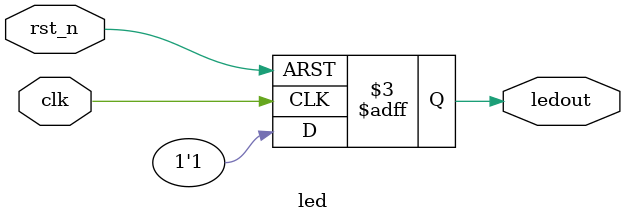
<source format=v>
module led(clk,rst_n,ledout);  
  
input clk ;  
input rst_n ;  
output reg ledout ;  
  
always @ ( posedge clk or negedge rst_n)  
begin  
    if(!rst_n)  
        begin  
            ledout<=0;  
        end  
    else  
    begin  
            ledout<=1;  
    end  
end  
endmodule 
</source>
